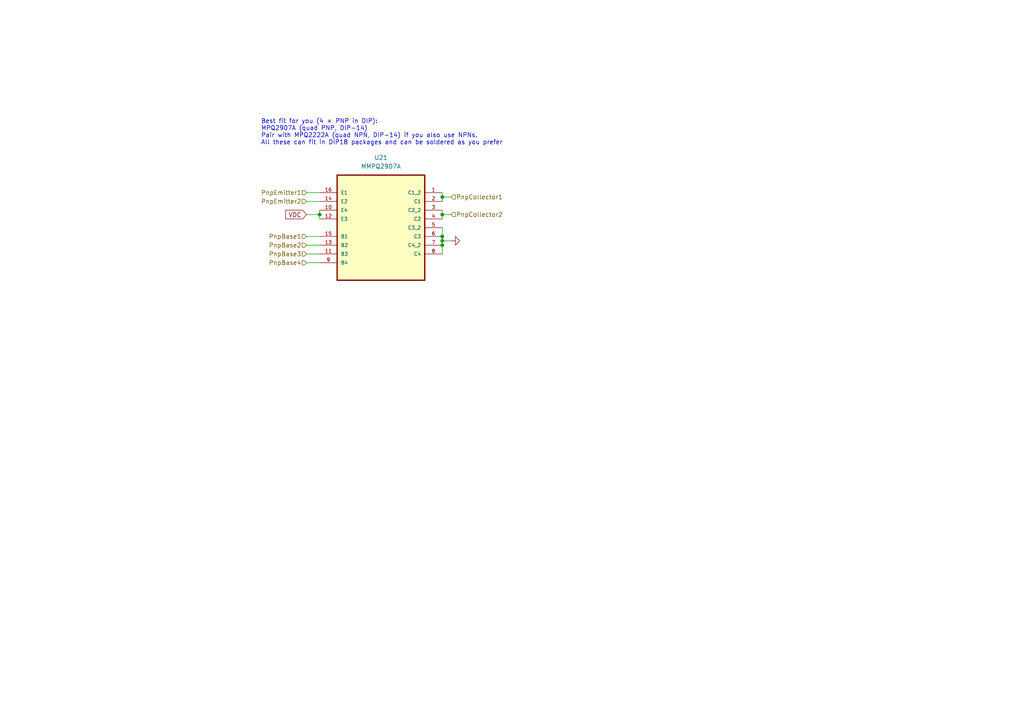
<source format=kicad_sch>
(kicad_sch (version 20250114) (generator "eeschema") (generator_version "9.0")
  (paper "A4")
  (lib_symbols
    (symbol "ktype:MMPQ2907A" (pin_names (offset 1.016))
      (property "Reference" "U16" (at 0 17.78 0))
      (property "Value" "MMPQ2907A" (at 0 15.24 0))
      (symbol "MMPQ2907A_0_0"
        (rectangle (start -12.7 -17.78) (end 12.7 12.7) (stroke (width 0.4064)) (fill (type background)))
        (pin passive line (at -17.78 7.62 0) (length 5.08) (name "E1") (number "16"))
        (pin passive line (at -17.78 5.08 0) (length 5.08) (name "E2") (number "14"))
        (pin passive line (at -17.78 2.54 0) (length 5.08) (name "E4") (number "10"))
        (pin passive line (at -17.78 0 0) (length 5.08) (name "E3") (number "12"))
        (pin passive line (at -17.78 -5.08 0) (length 5.08) (name "B1") (number "15"))
        (pin passive line (at -17.78 -7.62 0) (length 5.08) (name "B2") (number "13"))
        (pin passive line (at -17.78 -10.16 0) (length 5.08) (name "B3") (number "11"))
        (pin passive line (at -17.78 -12.7 0) (length 5.08) (name "B4") (number "9"))
        (pin passive line (at 17.78 7.62 180) (length 5.08) (name "C1_2") (number "1"))
        (pin passive line (at 17.78 5.08 180) (length 5.08) (name "C1") (number "2"))
        (pin passive line (at 17.78 2.54 180) (length 5.08) (name "C2_2") (number "3"))
        (pin passive line (at 17.78 0 180) (length 5.08) (name "C2") (number "4"))
        (pin passive line (at 17.78 -2.54 180) (length 5.08) (name "C3_2") (number "5"))
        (pin passive line (at 17.78 -5.08 180) (length 5.08) (name "C3") (number "6"))
        (pin passive line (at 17.78 -7.62 180) (length 5.08) (name "C4_2") (number "7"))
        (pin passive line (at 17.78 -10.16 180) (length 5.08) (name "C4") (number "8"))
      )
    )
    (symbol "power:GND" (power) (pin_numbers (hide yes)) (pin_names (offset 0) (hide yes))
      (property "Value" "GND" (at 0 -3.81 0))
      (symbol "GND_0_1"
        (polyline (pts (xy 0 0) (xy 0 -1.27) (xy 1.27 -1.27) (xy 0 -2.54) (xy -1.27 -1.27) (xy 0 -1.27)))
      )
      (symbol "GND_1_1"
        (pin power_in line (at 0 0 270) (length 0) (name "~") (number "1"))
      )
    )
  )
  (text "Best fit for you (4 × PNP in DIP):\nMPQ2907A (quad PNP, DIP-14)\nPair with MPQ2222A (quad NPN, DIP-14) if you also use NPNs.\nAll these can fit in DIP18 packages and can be soldered as you prefer\n" (at 75.692 38.354 0) (effects (font (size 1.27 1.27)) (justify left)))
  (junction (at 128.27 62.23))
  (junction (at 128.27 57.15))
  (junction (at 128.27 71.12))
  (junction (at 92.71 62.23))
  (junction (at 128.27 69.85))
  (junction (at 128.27 68.58))
  (wire (pts (xy 128.27 57.15) (xy 128.27 58.42)))
  (wire (pts (xy 128.27 69.85) (xy 128.27 71.12)))
  (wire (pts (xy 88.9 68.58) (xy 92.71 68.58)))
  (wire (pts (xy 88.9 58.42) (xy 92.71 58.42)))
  (wire (pts (xy 128.27 71.12) (xy 128.27 73.66)))
  (wire (pts (xy 128.27 62.23) (xy 128.27 63.5)))
  (wire (pts (xy 128.27 69.85) (xy 130.81 69.85)))
  (wire (pts (xy 92.71 62.23) (xy 92.71 63.5)))
  (wire (pts (xy 88.9 71.12) (xy 92.71 71.12)))
  (wire (pts (xy 88.9 55.88) (xy 92.71 55.88)))
  (wire (pts (xy 88.9 73.66) (xy 92.71 73.66)))
  (wire (pts (xy 128.27 55.88) (xy 128.27 57.15)))
  (wire (pts (xy 88.9 76.2) (xy 92.71 76.2)))
  (wire (pts (xy 128.27 62.23) (xy 130.81 62.23)))
  (wire (pts (xy 128.27 68.58) (xy 128.27 69.85)))
  (wire (pts (xy 88.9 62.23) (xy 92.71 62.23)))
  (wire (pts (xy 128.27 57.15) (xy 130.81 57.15)))
  (wire (pts (xy 128.27 66.04) (xy 128.27 68.58)))
  (wire (pts (xy 92.71 60.96) (xy 92.71 62.23)))
  (wire (pts (xy 128.27 60.96) (xy 128.27 62.23)))
  (global_label "VDC" (shape input) (at 88.9 62.23 180) (property "Intersheetrefs" "${INTERSHEET_REFS}" (effects (hide yes))))
  (hierarchical_label "PnpBase1" (shape input) (at 88.9 68.58 180))
  (hierarchical_label "PnpBase4" (shape input) (at 88.9 76.2 180))
  (hierarchical_label "PnpEmitter2" (shape input) (at 88.9 58.42 180))
  (hierarchical_label "PnpBase3" (shape input) (at 88.9 73.66 180))
  (hierarchical_label "PnpCollector1" (shape input) (at 130.81 57.15 0))
  (hierarchical_label "PnpEmitter1" (shape input) (at 88.9 55.88 180))
  (hierarchical_label "PnpBase2" (shape input) (at 88.9 71.12 180))
  (hierarchical_label "PnpCollector2" (shape input) (at 130.81 62.23 0))
  (symbol (lib_id "power:GND") (at 130.81 69.85 90) (mirror x) (unit 1)
    (property "Reference" "#PWR0110" (effects (hide yes)))
    (property "Value" "GND" (effects (hide yes)))
    (property "Description" "Power symbol creates a global label with name \"GND\" , ground" (effects (hide yes)))
  )
  (symbol (lib_id "ktype:MMPQ2907A") (at 110.49 63.5 0) (unit 1)
    (property "Reference" "U21" (at 110.49 45.72 0))
    (property "Value" "MMPQ2907A" (at 110.49 48.26 0))
    (property "Footprint" "termocuplu:SOIC127P600X175-16N" (effects (hide yes)))
    (property "MF" "ON Semiconductor" (effects (hide yes)))
    (property "Description_1" "Bipolar (BJT) Transistor Array 4 NPN (Quad) 40V 500mA 300MHz 1W Surface Mount 16-SOIC" (effects (hide yes)))
    (property "PACKAGE" "SOIC-16" (effects (hide yes)))
    (property "MPN" "MMPQ2222A" (effects (hide yes)))
    (property "Price" "None" (effects (hide yes)))
    (property "Package" "SOIC-16 ON Semiconductor" (effects (hide yes)))
    (property "OC_FARNELL" "2101390" (effects (hide yes)))
    (property "SnapEDA_Link" "https://www.snapeda.com/parts/MMPQ2222A/Onsemi/view-part/?ref=snap" (effects (hide yes)))
    (property "MP" "MMPQ2222A" (effects (hide yes)))
    (property "SUPPLIER" "FAIRCHILD SEMICONDUCTOR" (effects (hide yes)))
    (property "OC_NEWARK" "10P1562" (effects (hide yes)))
    (property "Availability" "In Stock" (effects (hide yes)))
    (property "Check_prices" "https://www.snapeda.com/parts/MMPQ2222A/Onsemi/view-part/?ref=eda" (effects (hide yes)))
  )
)
</source>
